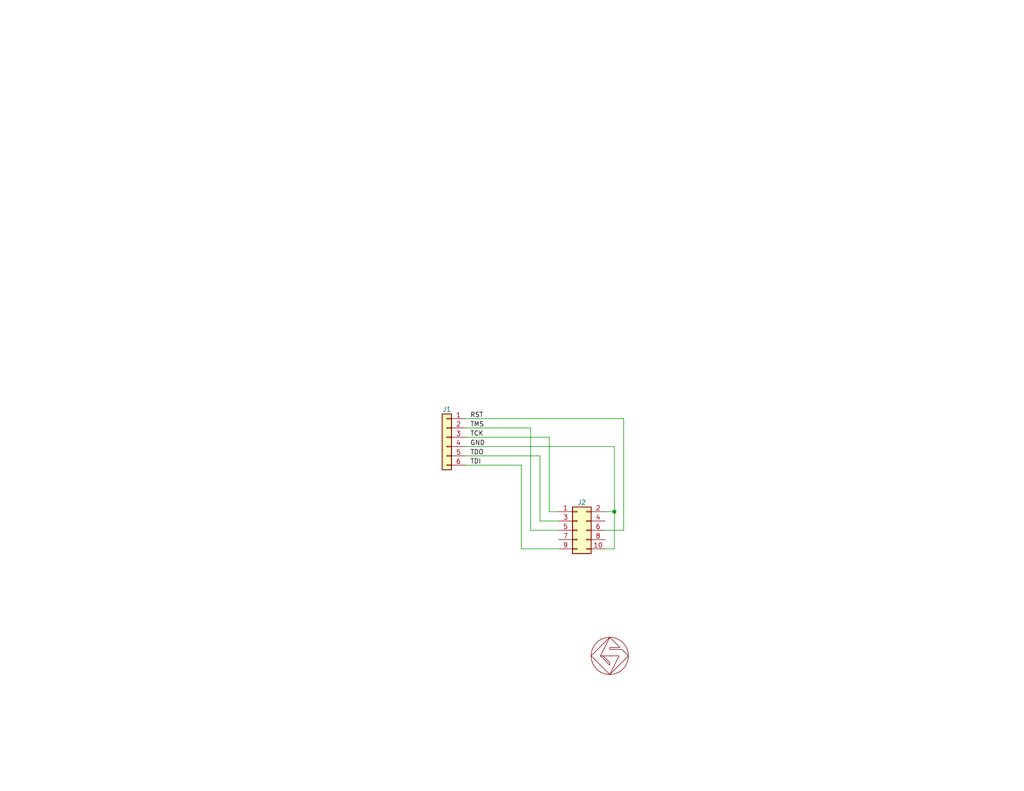
<source format=kicad_sch>
(kicad_sch (version 20230121) (generator eeschema)
  (paper "A")
  (title_block (title "Pico Dirty Blaster Through Hole") (date "2024-04-30") (rev "0.1") (company "Steiert Solutions"))
  (lib_symbols
    (symbol "Connector_Generic:Conn_01x06" (pin_names (offset 1.016) hide)
      (property "Reference" "J" (at 0 7.62 0))
      (property "Value" "Conn_01x06" (at 0 -10.16 0))
      (symbol "Conn_01x06_1_1"
        (rectangle (start -1.27 -7.493) (end 0 -7.747) (stroke (width 0.1524)))
        (rectangle (start -1.27 -4.953) (end 0 -5.207) (stroke (width 0.1524)))
        (rectangle (start -1.27 -2.413) (end 0 -2.667) (stroke (width 0.1524)))
        (rectangle (start -1.27 0.127) (end 0 -0.127) (stroke (width 0.1524)))
        (rectangle (start -1.27 2.667) (end 0 2.413) (stroke (width 0.1524)))
        (rectangle (start -1.27 5.207) (end 0 4.953) (stroke (width 0.1524)))
        (rectangle (start -1.27 6.35) (end 1.27 -8.89) (stroke (width 0.254)) (fill (type background)))
        (pin passive line (at -5.08 5.08 0) (length 3.81) (name "Pin_1") (number "1"))
        (pin passive line (at -5.08 2.54 0) (length 3.81) (name "Pin_2") (number "2"))
        (pin passive line (at -5.08 0 0) (length 3.81) (name "Pin_3") (number "3"))
        (pin passive line (at -5.08 -2.54 0) (length 3.81) (name "Pin_4") (number "4"))
        (pin passive line (at -5.08 -5.08 0) (length 3.81) (name "Pin_5") (number "5"))
        (pin passive line (at -5.08 -7.62 0) (length 3.81) (name "Pin_6") (number "6"))
      )
    )
    (symbol "Connector_Generic:Conn_02x05_Odd_Even" (pin_names (offset 1.016) hide)
      (property "Reference" "J" (at 1.27 7.62 0))
      (property "Value" "Conn_02x05_Odd_Even" (at 1.27 -7.62 0))
      (symbol "Conn_02x05_Odd_Even_1_1"
        (rectangle (start -1.27 -4.953) (end 0 -5.207) (stroke (width 0.1524)))
        (rectangle (start -1.27 -2.413) (end 0 -2.667) (stroke (width 0.1524)))
        (rectangle (start -1.27 0.127) (end 0 -0.127) (stroke (width 0.1524)))
        (rectangle (start -1.27 2.667) (end 0 2.413) (stroke (width 0.1524)))
        (rectangle (start -1.27 5.207) (end 0 4.953) (stroke (width 0.1524)))
        (rectangle (start -1.27 6.35) (end 3.81 -6.35) (stroke (width 0.254)) (fill (type background)))
        (rectangle (start 3.81 -4.953) (end 2.54 -5.207) (stroke (width 0.1524)))
        (rectangle (start 3.81 -2.413) (end 2.54 -2.667) (stroke (width 0.1524)))
        (rectangle (start 3.81 0.127) (end 2.54 -0.127) (stroke (width 0.1524)))
        (rectangle (start 3.81 2.667) (end 2.54 2.413) (stroke (width 0.1524)))
        (rectangle (start 3.81 5.207) (end 2.54 4.953) (stroke (width 0.1524)))
        (pin passive line (at -5.08 5.08 0) (length 3.81) (name "Pin_1") (number "1"))
        (pin passive line (at 7.62 -5.08 180) (length 3.81) (name "Pin_10") (number "10"))
        (pin passive line (at 7.62 5.08 180) (length 3.81) (name "Pin_2") (number "2"))
        (pin passive line (at -5.08 2.54 0) (length 3.81) (name "Pin_3") (number "3"))
        (pin passive line (at 7.62 2.54 180) (length 3.81) (name "Pin_4") (number "4"))
        (pin passive line (at -5.08 0 0) (length 3.81) (name "Pin_5") (number "5"))
        (pin passive line (at 7.62 0 180) (length 3.81) (name "Pin_6") (number "6"))
        (pin passive line (at -5.08 -2.54 0) (length 3.81) (name "Pin_7") (number "7"))
        (pin passive line (at 7.62 -2.54 180) (length 3.81) (name "Pin_8") (number "8"))
        (pin passive line (at -5.08 -5.08 0) (length 3.81) (name "Pin_9") (number "9"))
      )
    )
    (symbol "custom:GS_logo-custom" (pin_numbers hide) (pin_names (offset 0) hide)
      (symbol "GS_logo-custom_0_1"
        (polyline (pts (xy 0 -5.08) (xy 5.08 0)))
        (polyline (pts (xy -2.54 0) (xy 0 -2.54) (xy 0 -1.8288) (xy -1.8288 0)))
        (polyline (pts (xy 0 5.08) (xy -5.08 0) (xy 0 -5.08) (xy 2.54 0) (xy -2.54 0) (xy 0 5.08)))
        (polyline (pts (xy 5.08 0) (xy 3.302 1.778) (xy 0 1.778) (xy 0 2.286) (xy 2.794 2.286) (xy 0 5.08)))
        (circle (center 0 0) (radius 5.08))
      )
      (symbol "GS_logo-custom_1_1"
        (pin unspecified line (at 0 0 90) (length 0) hide (name "GS") (number "1"))
      )
    )
  )
  (junction (at 167.64 139.7))
  (wire (pts (xy 127 121.92) (xy 167.64 121.92)))
  (wire (pts (xy 127 116.84) (xy 144.78 116.84)))
  (wire (pts (xy 127 124.46) (xy 147.32 124.46)))
  (wire (pts (xy 152.4 139.7) (xy 149.86 139.7)))
  (wire (pts (xy 167.64 139.7) (xy 167.64 121.92)))
  (wire (pts (xy 152.4 142.24) (xy 147.32 142.24)))
  (wire (pts (xy 167.64 149.86) (xy 167.64 139.7)))
  (wire (pts (xy 149.86 139.7) (xy 149.86 119.38)))
  (wire (pts (xy 152.4 144.78) (xy 144.78 144.78)))
  (wire (pts (xy 152.4 149.86) (xy 142.24 149.86)))
  (wire (pts (xy 165.1 139.7) (xy 167.64 139.7)))
  (wire (pts (xy 127 119.38) (xy 149.86 119.38)))
  (wire (pts (xy 127 114.3) (xy 170.18 114.3)))
  (wire (pts (xy 144.78 144.78) (xy 144.78 116.84)))
  (wire (pts (xy 127 127) (xy 142.24 127)))
  (wire (pts (xy 147.32 142.24) (xy 147.32 124.46)))
  (wire (pts (xy 165.1 149.86) (xy 167.64 149.86)))
  (wire (pts (xy 142.24 149.86) (xy 142.24 127)))
  (wire (pts (xy 165.1 144.78) (xy 170.18 144.78)))
  (wire (pts (xy 170.18 144.78) (xy 170.18 114.3)))
  (label "TDI" (at 128.27 127 0))
  (label "TDO" (at 128.27 124.46 0))
  (label "RST" (at 128.27 114.3 0))
  (label "TMS" (at 128.27 116.84 0))
  (label "TCK" (at 128.27 119.38 0))
  (label "GND" (at 128.27 121.92 0))
  (symbol (lib_id "Connector_Generic:Conn_02x05_Odd_Even") (at 157.48 144.78 0) (unit 1)
    (property "Reference" "J2" (at 158.75 137.16 0))
    (property "Value" "Conn_02x05_Odd_Even" (effects hide))
    (property "Footprint" "Connector_PinHeader_2.54mm:PinHeader_2x05_P2.54mm_Vertical" (effects hide))
  )
  (symbol (lib_id "Connector_Generic:Conn_01x06") (at 121.92 119.38 0) (mirror y) (unit 1)
    (property "Reference" "J1" (at 121.92 111.76 0))
    (property "Value" "Conn_01x06" (effects hide))
    (property "Footprint" "custom:Sidecar-6" (effects hide))
  )
  (symbol (lib_id "custom:GS_logo-custom") (at 166.37 179.07 0) (unit 1) (in_bom no) (on_board no)
    (property "Reference" "GS1" (effects hide))
    (property "Value" "GS_logo" (effects hide))
  )
)
</source>
